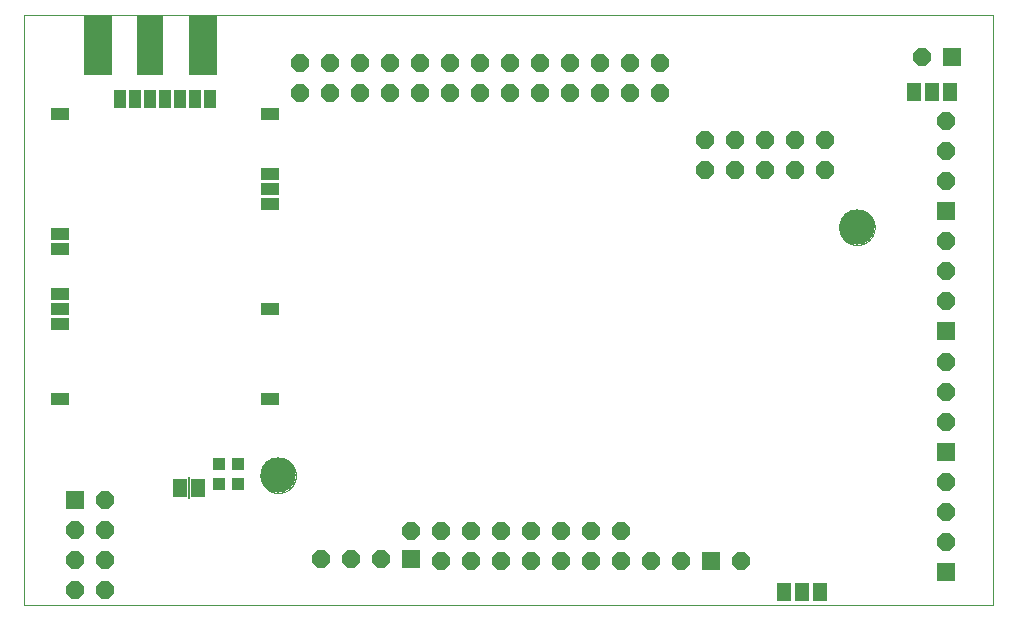
<source format=gbs>
G75*
%MOIN*%
%OFA0B0*%
%FSLAX25Y25*%
%IPPOS*%
%LPD*%
%AMOC8*
5,1,8,0,0,1.08239X$1,22.5*
%
%ADD10C,0.00000*%
%ADD11C,0.11811*%
%ADD12R,0.04331X0.03937*%
%ADD13R,0.04600X0.06300*%
%ADD14R,0.00600X0.07200*%
%ADD15OC8,0.06000*%
%ADD16R,0.06000X0.06000*%
%ADD17R,0.06000X0.04000*%
%ADD18R,0.04000X0.06000*%
%ADD19R,0.09500X0.20000*%
%ADD20R,0.09000X0.20000*%
D10*
X0005163Y0012652D02*
X0005163Y0209502D01*
X0327998Y0209502D01*
X0327998Y0012652D01*
X0005163Y0012652D01*
X0083903Y0055959D02*
X0083905Y0056112D01*
X0083911Y0056266D01*
X0083921Y0056419D01*
X0083935Y0056571D01*
X0083953Y0056724D01*
X0083975Y0056875D01*
X0084000Y0057026D01*
X0084030Y0057177D01*
X0084064Y0057327D01*
X0084101Y0057475D01*
X0084142Y0057623D01*
X0084187Y0057769D01*
X0084236Y0057915D01*
X0084289Y0058059D01*
X0084345Y0058201D01*
X0084405Y0058342D01*
X0084469Y0058482D01*
X0084536Y0058620D01*
X0084607Y0058756D01*
X0084682Y0058890D01*
X0084759Y0059022D01*
X0084841Y0059152D01*
X0084925Y0059280D01*
X0085013Y0059406D01*
X0085104Y0059529D01*
X0085198Y0059650D01*
X0085296Y0059768D01*
X0085396Y0059884D01*
X0085500Y0059997D01*
X0085606Y0060108D01*
X0085715Y0060216D01*
X0085827Y0060321D01*
X0085941Y0060422D01*
X0086059Y0060521D01*
X0086178Y0060617D01*
X0086300Y0060710D01*
X0086425Y0060799D01*
X0086552Y0060886D01*
X0086681Y0060968D01*
X0086812Y0061048D01*
X0086945Y0061124D01*
X0087080Y0061197D01*
X0087217Y0061266D01*
X0087356Y0061331D01*
X0087496Y0061393D01*
X0087638Y0061451D01*
X0087781Y0061506D01*
X0087926Y0061557D01*
X0088072Y0061604D01*
X0088219Y0061647D01*
X0088367Y0061686D01*
X0088516Y0061722D01*
X0088666Y0061753D01*
X0088817Y0061781D01*
X0088968Y0061805D01*
X0089121Y0061825D01*
X0089273Y0061841D01*
X0089426Y0061853D01*
X0089579Y0061861D01*
X0089732Y0061865D01*
X0089886Y0061865D01*
X0090039Y0061861D01*
X0090192Y0061853D01*
X0090345Y0061841D01*
X0090497Y0061825D01*
X0090650Y0061805D01*
X0090801Y0061781D01*
X0090952Y0061753D01*
X0091102Y0061722D01*
X0091251Y0061686D01*
X0091399Y0061647D01*
X0091546Y0061604D01*
X0091692Y0061557D01*
X0091837Y0061506D01*
X0091980Y0061451D01*
X0092122Y0061393D01*
X0092262Y0061331D01*
X0092401Y0061266D01*
X0092538Y0061197D01*
X0092673Y0061124D01*
X0092806Y0061048D01*
X0092937Y0060968D01*
X0093066Y0060886D01*
X0093193Y0060799D01*
X0093318Y0060710D01*
X0093440Y0060617D01*
X0093559Y0060521D01*
X0093677Y0060422D01*
X0093791Y0060321D01*
X0093903Y0060216D01*
X0094012Y0060108D01*
X0094118Y0059997D01*
X0094222Y0059884D01*
X0094322Y0059768D01*
X0094420Y0059650D01*
X0094514Y0059529D01*
X0094605Y0059406D01*
X0094693Y0059280D01*
X0094777Y0059152D01*
X0094859Y0059022D01*
X0094936Y0058890D01*
X0095011Y0058756D01*
X0095082Y0058620D01*
X0095149Y0058482D01*
X0095213Y0058342D01*
X0095273Y0058201D01*
X0095329Y0058059D01*
X0095382Y0057915D01*
X0095431Y0057769D01*
X0095476Y0057623D01*
X0095517Y0057475D01*
X0095554Y0057327D01*
X0095588Y0057177D01*
X0095618Y0057026D01*
X0095643Y0056875D01*
X0095665Y0056724D01*
X0095683Y0056571D01*
X0095697Y0056419D01*
X0095707Y0056266D01*
X0095713Y0056112D01*
X0095715Y0055959D01*
X0095713Y0055806D01*
X0095707Y0055652D01*
X0095697Y0055499D01*
X0095683Y0055347D01*
X0095665Y0055194D01*
X0095643Y0055043D01*
X0095618Y0054892D01*
X0095588Y0054741D01*
X0095554Y0054591D01*
X0095517Y0054443D01*
X0095476Y0054295D01*
X0095431Y0054149D01*
X0095382Y0054003D01*
X0095329Y0053859D01*
X0095273Y0053717D01*
X0095213Y0053576D01*
X0095149Y0053436D01*
X0095082Y0053298D01*
X0095011Y0053162D01*
X0094936Y0053028D01*
X0094859Y0052896D01*
X0094777Y0052766D01*
X0094693Y0052638D01*
X0094605Y0052512D01*
X0094514Y0052389D01*
X0094420Y0052268D01*
X0094322Y0052150D01*
X0094222Y0052034D01*
X0094118Y0051921D01*
X0094012Y0051810D01*
X0093903Y0051702D01*
X0093791Y0051597D01*
X0093677Y0051496D01*
X0093559Y0051397D01*
X0093440Y0051301D01*
X0093318Y0051208D01*
X0093193Y0051119D01*
X0093066Y0051032D01*
X0092937Y0050950D01*
X0092806Y0050870D01*
X0092673Y0050794D01*
X0092538Y0050721D01*
X0092401Y0050652D01*
X0092262Y0050587D01*
X0092122Y0050525D01*
X0091980Y0050467D01*
X0091837Y0050412D01*
X0091692Y0050361D01*
X0091546Y0050314D01*
X0091399Y0050271D01*
X0091251Y0050232D01*
X0091102Y0050196D01*
X0090952Y0050165D01*
X0090801Y0050137D01*
X0090650Y0050113D01*
X0090497Y0050093D01*
X0090345Y0050077D01*
X0090192Y0050065D01*
X0090039Y0050057D01*
X0089886Y0050053D01*
X0089732Y0050053D01*
X0089579Y0050057D01*
X0089426Y0050065D01*
X0089273Y0050077D01*
X0089121Y0050093D01*
X0088968Y0050113D01*
X0088817Y0050137D01*
X0088666Y0050165D01*
X0088516Y0050196D01*
X0088367Y0050232D01*
X0088219Y0050271D01*
X0088072Y0050314D01*
X0087926Y0050361D01*
X0087781Y0050412D01*
X0087638Y0050467D01*
X0087496Y0050525D01*
X0087356Y0050587D01*
X0087217Y0050652D01*
X0087080Y0050721D01*
X0086945Y0050794D01*
X0086812Y0050870D01*
X0086681Y0050950D01*
X0086552Y0051032D01*
X0086425Y0051119D01*
X0086300Y0051208D01*
X0086178Y0051301D01*
X0086059Y0051397D01*
X0085941Y0051496D01*
X0085827Y0051597D01*
X0085715Y0051702D01*
X0085606Y0051810D01*
X0085500Y0051921D01*
X0085396Y0052034D01*
X0085296Y0052150D01*
X0085198Y0052268D01*
X0085104Y0052389D01*
X0085013Y0052512D01*
X0084925Y0052638D01*
X0084841Y0052766D01*
X0084759Y0052896D01*
X0084682Y0053028D01*
X0084607Y0053162D01*
X0084536Y0053298D01*
X0084469Y0053436D01*
X0084405Y0053576D01*
X0084345Y0053717D01*
X0084289Y0053859D01*
X0084236Y0054003D01*
X0084187Y0054149D01*
X0084142Y0054295D01*
X0084101Y0054443D01*
X0084064Y0054591D01*
X0084030Y0054741D01*
X0084000Y0054892D01*
X0083975Y0055043D01*
X0083953Y0055194D01*
X0083935Y0055347D01*
X0083921Y0055499D01*
X0083911Y0055652D01*
X0083905Y0055806D01*
X0083903Y0055959D01*
X0276816Y0138636D02*
X0276818Y0138789D01*
X0276824Y0138943D01*
X0276834Y0139096D01*
X0276848Y0139248D01*
X0276866Y0139401D01*
X0276888Y0139552D01*
X0276913Y0139703D01*
X0276943Y0139854D01*
X0276977Y0140004D01*
X0277014Y0140152D01*
X0277055Y0140300D01*
X0277100Y0140446D01*
X0277149Y0140592D01*
X0277202Y0140736D01*
X0277258Y0140878D01*
X0277318Y0141019D01*
X0277382Y0141159D01*
X0277449Y0141297D01*
X0277520Y0141433D01*
X0277595Y0141567D01*
X0277672Y0141699D01*
X0277754Y0141829D01*
X0277838Y0141957D01*
X0277926Y0142083D01*
X0278017Y0142206D01*
X0278111Y0142327D01*
X0278209Y0142445D01*
X0278309Y0142561D01*
X0278413Y0142674D01*
X0278519Y0142785D01*
X0278628Y0142893D01*
X0278740Y0142998D01*
X0278854Y0143099D01*
X0278972Y0143198D01*
X0279091Y0143294D01*
X0279213Y0143387D01*
X0279338Y0143476D01*
X0279465Y0143563D01*
X0279594Y0143645D01*
X0279725Y0143725D01*
X0279858Y0143801D01*
X0279993Y0143874D01*
X0280130Y0143943D01*
X0280269Y0144008D01*
X0280409Y0144070D01*
X0280551Y0144128D01*
X0280694Y0144183D01*
X0280839Y0144234D01*
X0280985Y0144281D01*
X0281132Y0144324D01*
X0281280Y0144363D01*
X0281429Y0144399D01*
X0281579Y0144430D01*
X0281730Y0144458D01*
X0281881Y0144482D01*
X0282034Y0144502D01*
X0282186Y0144518D01*
X0282339Y0144530D01*
X0282492Y0144538D01*
X0282645Y0144542D01*
X0282799Y0144542D01*
X0282952Y0144538D01*
X0283105Y0144530D01*
X0283258Y0144518D01*
X0283410Y0144502D01*
X0283563Y0144482D01*
X0283714Y0144458D01*
X0283865Y0144430D01*
X0284015Y0144399D01*
X0284164Y0144363D01*
X0284312Y0144324D01*
X0284459Y0144281D01*
X0284605Y0144234D01*
X0284750Y0144183D01*
X0284893Y0144128D01*
X0285035Y0144070D01*
X0285175Y0144008D01*
X0285314Y0143943D01*
X0285451Y0143874D01*
X0285586Y0143801D01*
X0285719Y0143725D01*
X0285850Y0143645D01*
X0285979Y0143563D01*
X0286106Y0143476D01*
X0286231Y0143387D01*
X0286353Y0143294D01*
X0286472Y0143198D01*
X0286590Y0143099D01*
X0286704Y0142998D01*
X0286816Y0142893D01*
X0286925Y0142785D01*
X0287031Y0142674D01*
X0287135Y0142561D01*
X0287235Y0142445D01*
X0287333Y0142327D01*
X0287427Y0142206D01*
X0287518Y0142083D01*
X0287606Y0141957D01*
X0287690Y0141829D01*
X0287772Y0141699D01*
X0287849Y0141567D01*
X0287924Y0141433D01*
X0287995Y0141297D01*
X0288062Y0141159D01*
X0288126Y0141019D01*
X0288186Y0140878D01*
X0288242Y0140736D01*
X0288295Y0140592D01*
X0288344Y0140446D01*
X0288389Y0140300D01*
X0288430Y0140152D01*
X0288467Y0140004D01*
X0288501Y0139854D01*
X0288531Y0139703D01*
X0288556Y0139552D01*
X0288578Y0139401D01*
X0288596Y0139248D01*
X0288610Y0139096D01*
X0288620Y0138943D01*
X0288626Y0138789D01*
X0288628Y0138636D01*
X0288626Y0138483D01*
X0288620Y0138329D01*
X0288610Y0138176D01*
X0288596Y0138024D01*
X0288578Y0137871D01*
X0288556Y0137720D01*
X0288531Y0137569D01*
X0288501Y0137418D01*
X0288467Y0137268D01*
X0288430Y0137120D01*
X0288389Y0136972D01*
X0288344Y0136826D01*
X0288295Y0136680D01*
X0288242Y0136536D01*
X0288186Y0136394D01*
X0288126Y0136253D01*
X0288062Y0136113D01*
X0287995Y0135975D01*
X0287924Y0135839D01*
X0287849Y0135705D01*
X0287772Y0135573D01*
X0287690Y0135443D01*
X0287606Y0135315D01*
X0287518Y0135189D01*
X0287427Y0135066D01*
X0287333Y0134945D01*
X0287235Y0134827D01*
X0287135Y0134711D01*
X0287031Y0134598D01*
X0286925Y0134487D01*
X0286816Y0134379D01*
X0286704Y0134274D01*
X0286590Y0134173D01*
X0286472Y0134074D01*
X0286353Y0133978D01*
X0286231Y0133885D01*
X0286106Y0133796D01*
X0285979Y0133709D01*
X0285850Y0133627D01*
X0285719Y0133547D01*
X0285586Y0133471D01*
X0285451Y0133398D01*
X0285314Y0133329D01*
X0285175Y0133264D01*
X0285035Y0133202D01*
X0284893Y0133144D01*
X0284750Y0133089D01*
X0284605Y0133038D01*
X0284459Y0132991D01*
X0284312Y0132948D01*
X0284164Y0132909D01*
X0284015Y0132873D01*
X0283865Y0132842D01*
X0283714Y0132814D01*
X0283563Y0132790D01*
X0283410Y0132770D01*
X0283258Y0132754D01*
X0283105Y0132742D01*
X0282952Y0132734D01*
X0282799Y0132730D01*
X0282645Y0132730D01*
X0282492Y0132734D01*
X0282339Y0132742D01*
X0282186Y0132754D01*
X0282034Y0132770D01*
X0281881Y0132790D01*
X0281730Y0132814D01*
X0281579Y0132842D01*
X0281429Y0132873D01*
X0281280Y0132909D01*
X0281132Y0132948D01*
X0280985Y0132991D01*
X0280839Y0133038D01*
X0280694Y0133089D01*
X0280551Y0133144D01*
X0280409Y0133202D01*
X0280269Y0133264D01*
X0280130Y0133329D01*
X0279993Y0133398D01*
X0279858Y0133471D01*
X0279725Y0133547D01*
X0279594Y0133627D01*
X0279465Y0133709D01*
X0279338Y0133796D01*
X0279213Y0133885D01*
X0279091Y0133978D01*
X0278972Y0134074D01*
X0278854Y0134173D01*
X0278740Y0134274D01*
X0278628Y0134379D01*
X0278519Y0134487D01*
X0278413Y0134598D01*
X0278309Y0134711D01*
X0278209Y0134827D01*
X0278111Y0134945D01*
X0278017Y0135066D01*
X0277926Y0135189D01*
X0277838Y0135315D01*
X0277754Y0135443D01*
X0277672Y0135573D01*
X0277595Y0135705D01*
X0277520Y0135839D01*
X0277449Y0135975D01*
X0277382Y0136113D01*
X0277318Y0136253D01*
X0277258Y0136394D01*
X0277202Y0136536D01*
X0277149Y0136680D01*
X0277100Y0136826D01*
X0277055Y0136972D01*
X0277014Y0137120D01*
X0276977Y0137268D01*
X0276943Y0137418D01*
X0276913Y0137569D01*
X0276888Y0137720D01*
X0276866Y0137871D01*
X0276848Y0138024D01*
X0276834Y0138176D01*
X0276824Y0138329D01*
X0276818Y0138483D01*
X0276816Y0138636D01*
D11*
X0282722Y0138636D03*
X0089809Y0055959D03*
D12*
X0076431Y0053069D03*
X0070231Y0053169D03*
X0070231Y0059861D03*
X0076431Y0059761D03*
D13*
X0063198Y0051778D03*
X0057198Y0051778D03*
X0258531Y0017115D03*
X0264531Y0017115D03*
X0270531Y0017115D03*
X0301837Y0183831D03*
X0307837Y0183831D03*
X0313837Y0183831D03*
D14*
X0060198Y0051778D03*
D15*
X0031931Y0047715D03*
X0031931Y0037715D03*
X0021931Y0037715D03*
X0021931Y0027715D03*
X0031931Y0027715D03*
X0031931Y0017715D03*
X0021931Y0017715D03*
X0103931Y0027915D03*
X0113931Y0027915D03*
X0123931Y0027915D03*
X0133931Y0037515D03*
X0143931Y0037515D03*
X0153931Y0037515D03*
X0163931Y0037515D03*
X0173931Y0037515D03*
X0183931Y0037515D03*
X0193931Y0037515D03*
X0203931Y0037515D03*
X0203931Y0027515D03*
X0203931Y0027515D03*
X0193931Y0027515D03*
X0183931Y0027515D03*
X0173931Y0027515D03*
X0163931Y0027515D03*
X0153931Y0027515D03*
X0143931Y0027515D03*
X0213931Y0027515D03*
X0223931Y0027515D03*
X0243931Y0027515D03*
X0312331Y0033715D03*
X0312331Y0043715D03*
X0312331Y0053715D03*
X0312331Y0073715D03*
X0312331Y0083715D03*
X0312331Y0093715D03*
X0312331Y0113915D03*
X0312331Y0123915D03*
X0312331Y0133915D03*
X0312331Y0153915D03*
X0312331Y0163915D03*
X0312331Y0173915D03*
X0304418Y0195554D03*
X0272131Y0167715D03*
X0262131Y0167715D03*
X0252131Y0167715D03*
X0242131Y0167715D03*
X0232131Y0167715D03*
X0232131Y0157715D03*
X0242131Y0157715D03*
X0252131Y0157715D03*
X0262131Y0157715D03*
X0272131Y0157715D03*
X0217131Y0183263D03*
X0207131Y0183263D03*
X0197131Y0183263D03*
X0187131Y0183263D03*
X0177131Y0183263D03*
X0167131Y0183263D03*
X0157131Y0183263D03*
X0147131Y0183263D03*
X0137131Y0183263D03*
X0127131Y0183263D03*
X0117131Y0183263D03*
X0107131Y0183263D03*
X0097131Y0183263D03*
X0097131Y0193263D03*
X0107131Y0193263D03*
X0117131Y0193263D03*
X0127131Y0193263D03*
X0137131Y0193263D03*
X0147131Y0193263D03*
X0157131Y0193263D03*
X0167131Y0193263D03*
X0177131Y0193263D03*
X0187131Y0193263D03*
X0197131Y0193263D03*
X0207131Y0193263D03*
X0217131Y0193263D03*
D16*
X0312331Y0143915D03*
X0312331Y0103915D03*
X0312331Y0063715D03*
X0312331Y0023715D03*
X0233931Y0027515D03*
X0233931Y0027515D03*
X0133931Y0027915D03*
X0021931Y0047715D03*
X0314418Y0195554D03*
D17*
X0087131Y0176515D03*
X0087131Y0156515D03*
X0087131Y0151515D03*
X0087131Y0146515D03*
X0087131Y0111515D03*
X0087131Y0081515D03*
X0017131Y0081515D03*
X0017131Y0106515D03*
X0017131Y0111515D03*
X0017131Y0116515D03*
X0017131Y0131515D03*
X0017131Y0136515D03*
X0017131Y0176515D03*
D18*
X0037131Y0181515D03*
X0042131Y0181515D03*
X0047131Y0181515D03*
X0052131Y0181515D03*
X0057131Y0181515D03*
X0062131Y0181515D03*
X0067131Y0181515D03*
D19*
X0064631Y0199415D03*
X0029631Y0199415D03*
D20*
X0047131Y0199415D03*
M02*

</source>
